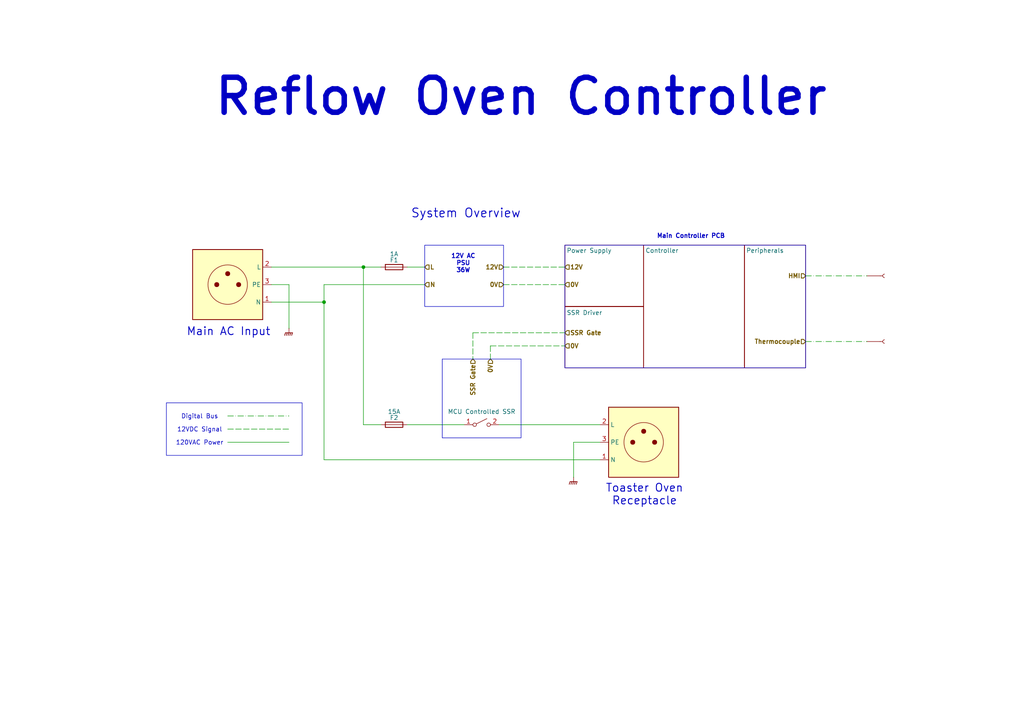
<source format=kicad_sch>
(kicad_sch (version 20250114) (generator "eeschema") (generator_version "9.0")
  (paper "A4")
  (lib_symbols
    (symbol "Connector:Conn_01x01_Socket" (pin_names (offset 1.016) (hide yes))
      (symbol "Conn_01x01_Socket_1_1"
        (polyline (pts (xy -1.27 0) (xy -0.508 0)) (stroke (width 0.1524)))
        (arc (start 0 -0.508) (mid -0.5058 0) (end 0 0.508) (stroke (width 0.1524)))
        (pin passive line (at -5.08 0 0) (length 3.81) (name "Pin_1") (number ""))
      )
    )
    (symbol "Connector:Conn_Receptacle_3P_Protected"
      (property "Reference" "J" (at -9.652 11.176 0))
      (property "Value" "Conn_Receptacle_3P_Protected" (at 0.254 -11.43 0))
      (symbol "Conn_Receptacle_3P_Protected_0_1"
        (circle (center 0 0) (radius 5.715))
      )
      (symbol "Conn_Receptacle_3P_Protected_1_1"
        (rectangle (start -10.16 10.16) (end 10.16 -10.16) (stroke (width 0.254)) (fill (type background)))
        (circle (center -3.175 0) (radius 0.635) (fill (type outline)))
        (circle (center 0 3.175) (radius 0.635) (fill (type outline)))
        (circle (center 3.175 0) (radius 0.635) (fill (type outline)))
        (pin power_in line (at 12.7 5.08 180) (length 2.54) (name "L") (number "2"))
        (pin power_out line (at 12.7 0 180) (length 2.54) (name "PE") (number "3"))
        (pin power_out line (at 12.7 -5.08 180) (length 2.54) (name "N") (number "1"))
      )
    )
    (symbol "Device:Fuse" (pin_numbers (hide yes)) (pin_names (offset 0))
      (property "Reference" "F" (at 2.032 0 90))
      (property "Value" "Fuse" (at -1.905 0 90))
      (symbol "Fuse_0_1"
        (rectangle (start -0.762 -2.54) (end 0.762 2.54) (stroke (width 0.254)))
        (polyline (pts (xy 0 2.54) (xy 0 -2.54)))
      )
      (symbol "Fuse_1_1"
        (pin passive line (at 0 3.81 270) (length 1.27) (name "~") (number "1"))
        (pin passive line (at 0 -3.81 90) (length 1.27) (name "~") (number "2"))
      )
    )
    (symbol "Switch:SW_SPST" (pin_names (offset 0) (hide yes))
      (property "Reference" "SW" (at 0 3.175 0))
      (property "Value" "SW_SPST" (at 0 -2.54 0))
      (symbol "SW_SPST_0_0"
        (circle (center -2.032 0) (radius 0.508))
        (polyline (pts (xy -1.524 0.254) (xy 1.524 1.778)))
        (circle (center 2.032 0) (radius 0.508))
      )
      (symbol "SW_SPST_1_1"
        (pin passive line (at -5.08 0 0) (length 2.54) (name "A") (number "1"))
        (pin passive line (at 5.08 0 180) (length 2.54) (name "B") (number "2"))
      )
    )
    (symbol "power:GNDPWR" (power) (pin_numbers (hide yes)) (pin_names (offset 0) (hide yes))
      (property "Value" "GNDPWR" (at 0 -3.302 0))
      (symbol "GNDPWR_0_1"
        (polyline (pts (xy -1.016 -1.27) (xy -1.27 -2.032) (xy -1.27 -2.032)) (stroke (width 0.2032)))
        (polyline (pts (xy -0.508 -1.27) (xy -0.762 -2.032) (xy -0.762 -2.032)) (stroke (width 0.2032)))
        (polyline (pts (xy 0 -1.27) (xy 0 0)))
        (polyline (pts (xy 0 -1.27) (xy -0.254 -2.032) (xy -0.254 -2.032)) (stroke (width 0.2032)))
        (polyline (pts (xy 0.508 -1.27) (xy 0.254 -2.032) (xy 0.254 -2.032)) (stroke (width 0.2032)))
        (polyline (pts (xy 1.016 -1.27) (xy -1.016 -1.27) (xy -1.016 -1.27)) (stroke (width 0.2032)))
        (polyline (pts (xy 1.016 -1.27) (xy 0.762 -2.032) (xy 0.762 -2.032) (xy 0.762 -2.032)) (stroke (width 0.2032)))
      )
      (symbol "GNDPWR_1_1"
        (pin power_in line (at 0 0 270) (length 0) (name "~") (number "1"))
      )
    )
  )
  (rectangle (start 48.26 116.84) (end 87.63 132.08))
  (rectangle (start 123.19 71.12) (end 146.05 88.9))
  (rectangle (start 128.27 104.14) (end 151.13 127))
  (rectangle (start 163.83 71.12) (end 233.68 106.68))
  (text "Main AC Input" (at 66.294 96.266 0) (effects (font (size 2.286 2.286) (thickness 0.254) (bold yes))))
  (text "120VAC Power" (at 57.912 128.524 0) (effects (font (size 1.27 1.27) (thickness 0.1588))))
  (text "12V AC\nPSU\n36W" (at 134.366 76.454 0) (effects (font (size 1.27 1.27) (thickness 0.254) (bold yes))))
  (text "Toaster Oven\nReceptacle" (at 186.944 143.51 0) (effects (font (size 2.286 2.286) (thickness 0.254) (bold yes))))
  (text "Digital Bus" (at 57.912 120.904 0) (effects (font (size 1.27 1.27) (thickness 0.1588))))
  (text "System Overview" (at 135.128 61.976 0) (effects (font (size 2.54 2.54) (thickness 0.254) (bold yes))))
  (text "12VDC Signal" (at 57.912 124.714 0) (effects (font (size 1.27 1.27) (thickness 0.1588))))
  (text "Main Controller PCB" (at 200.406 68.58 0) (effects (font (size 1.27 1.27) (thickness 0.254) (bold yes))))
  (text "Reflow Oven Controller" (at 151.13 28.194 0) (effects (font (size 10.16 10.16) (thickness 1.5875))))
  (junction (at 93.98 87.63))
  (junction (at 105.41 77.47))
  (wire (pts (xy 93.98 82.55) (xy 123.19 82.55)))
  (wire (pts (xy 83.82 82.55) (xy 78.74 82.55)))
  (wire (pts (xy 142.24 100.33) (xy 163.83 100.33)) (stroke (width 0) (type dash)))
  (wire (pts (xy 93.98 87.63) (xy 93.98 133.35)))
  (wire (pts (xy 110.49 123.19) (xy 105.41 123.19)))
  (wire (pts (xy 66.04 120.65) (xy 83.82 120.65)) (stroke (width 0) (type dash_dot)))
  (wire (pts (xy 233.68 99.06) (xy 251.46 99.06)) (stroke (width 0) (type dash_dot)))
  (wire (pts (xy 66.04 128.27) (xy 83.82 128.27)))
  (wire (pts (xy 233.68 80.01) (xy 251.46 80.01)) (stroke (width 0) (type dash_dot)))
  (wire (pts (xy 78.74 87.63) (xy 93.98 87.63)))
  (wire (pts (xy 166.37 128.27) (xy 166.37 138.43)))
  (wire (pts (xy 93.98 87.63) (xy 93.98 82.55)))
  (wire (pts (xy 93.98 133.35) (xy 173.99 133.35)))
  (wire (pts (xy 142.24 100.33) (xy 142.24 104.14)) (stroke (width 0) (type dash)))
  (wire (pts (xy 137.16 96.52) (xy 137.16 104.14)) (stroke (width 0) (type dash)))
  (wire (pts (xy 83.82 95.25) (xy 83.82 82.55)))
  (wire (pts (xy 146.05 77.47) (xy 163.83 77.47)) (stroke (width 0) (type dash)))
  (wire (pts (xy 137.16 96.52) (xy 163.83 96.52)) (stroke (width 0) (type dash)))
  (wire (pts (xy 66.04 124.46) (xy 83.82 124.46)) (stroke (width 0) (type dash)))
  (wire (pts (xy 105.41 123.19) (xy 105.41 77.47)))
  (wire (pts (xy 146.05 82.55) (xy 163.83 82.55)) (stroke (width 0) (type dash)))
  (wire (pts (xy 144.78 123.19) (xy 173.99 123.19)))
  (wire (pts (xy 173.99 128.27) (xy 166.37 128.27)))
  (wire (pts (xy 105.41 77.47) (xy 110.49 77.47)))
  (wire (pts (xy 118.11 123.19) (xy 134.62 123.19)))
  (wire (pts (xy 118.11 77.47) (xy 123.19 77.47)))
  (wire (pts (xy 78.74 77.47) (xy 105.41 77.47)))
  (hierarchical_label "L" (shape input) (at 123.19 77.47 0) (effects (font (thickness 0.254) (bold yes))))
  (hierarchical_label "0V" (shape input) (at 146.05 82.55 180) (effects (font (thickness 0.254) (bold yes))))
  (hierarchical_label "HMI" (shape input) (at 233.68 80.01 180) (effects (font (thickness 0.254) (bold yes))))
  (hierarchical_label "SSR Gate" (shape input) (at 163.83 96.52 0) (effects (font (thickness 0.254) (bold yes))))
  (hierarchical_label "Thermocouple" (shape input) (at 233.68 99.06 180) (effects (font (thickness 0.254) (bold yes))))
  (hierarchical_label "12V" (shape input) (at 163.83 77.47 0) (effects (font (thickness 0.254) (bold yes))))
  (hierarchical_label "0V" (shape input) (at 142.24 104.14 270) (effects (font (thickness 0.254) (bold yes))))
  (hierarchical_label "0V" (shape input) (at 163.83 82.55 0) (effects (font (thickness 0.254) (bold yes))))
  (hierarchical_label "N" (shape input) (at 123.19 82.55 0) (effects (font (thickness 0.254) (bold yes))))
  (hierarchical_label "SSR Gate" (shape input) (at 137.16 104.14 270) (effects (font (thickness 0.254) (bold yes))))
  (hierarchical_label "0V" (shape input) (at 163.83 100.33 0) (effects (font (thickness 0.254) (bold yes))))
  (hierarchical_label "12V" (shape input) (at 146.05 77.47 180) (effects (font (thickness 0.254) (bold yes))))
  (symbol (lib_id "Connector:Conn_Receptacle_3P_Protected") (at 186.69 128.27 0) (mirror y) (unit 1) (in_bom no) (on_board no)
    (property "Reference" "J2" (effects (hide yes)))
    (property "Value" "Conn_Receptacle_3P_Protected" (effects (hide yes)))
    (property "Description" "3 Pins protected generic receptacle" (effects (hide yes)))
  )
  (symbol (lib_id "Connector:Conn_Receptacle_3P_Protected") (at 66.04 82.55 0) (unit 1) (in_bom no) (on_board no)
    (property "Reference" "J1" (effects (hide yes)))
    (property "Value" "Conn_Receptacle_3P_Protected" (effects (hide yes)))
    (property "Description" "3 Pins protected generic receptacle" (effects (hide yes)))
  )
  (symbol (lib_id "power:GNDPWR") (at 166.37 138.43 0) (unit 1)
    (property "Reference" "#PWR02" (effects (hide yes)))
    (property "Value" "GNDPWR" (effects (hide yes)))
    (property "Description" "Power symbol creates a global label with name \"GNDPWR\" , global ground" (effects (hide yes)))
  )
  (symbol (lib_id "Connector:Conn_01x01_Socket") (at 256.54 99.06 0) (unit 1) (in_bom no) (on_board no)
    (property "Reference" "J3" (effects (hide yes)))
    (property "Value" "Conn_01x01_Socket" (effects (hide yes)))
    (property "Description" "Generic connector, single row, 01x01, script generated" (effects (hide yes)))
  )
  (symbol (lib_id "Connector:Conn_01x01_Socket") (at 256.54 80.01 0) (unit 1) (in_bom no) (on_board no)
    (property "Reference" "J4" (effects (hide yes)))
    (property "Value" "Conn_01x01_Socket" (effects (hide yes)))
    (property "Description" "Generic connector, single row, 01x01, script generated" (effects (hide yes)))
  )
  (symbol (lib_id "Switch:SW_SPST") (at 139.7 123.19 0) (unit 1) (in_bom no) (on_board no)
    (property "Reference" "SW1" (effects (hide yes)))
    (property "Value" "MCU Controlled SSR" (at 139.7 119.38 0))
    (property "Description" "Single Pole Single Throw (SPST) switch" (effects (hide yes)))
  )
  (symbol (lib_id "Device:Fuse") (at 114.3 77.47 90) (unit 1) (in_bom no) (on_board no)
    (property "Reference" "F1" (at 114.3 75.438 90))
    (property "Value" "1A" (at 114.3 73.66 90))
    (property "Description" "Fuse" (effects (hide yes)))
  )
  (symbol (lib_id "Device:Fuse") (at 114.3 123.19 90) (unit 1) (in_bom no) (on_board no)
    (property "Reference" "F2" (at 114.3 121.158 90))
    (property "Value" "15A" (at 114.3 119.38 90))
    (property "Description" "Fuse" (effects (hide yes)))
  )
  (symbol (lib_id "power:GNDPWR") (at 83.82 95.25 0) (unit 1)
    (property "Reference" "#PWR01" (effects (hide yes)))
    (property "Value" "GNDPWR" (effects (hide yes)))
    (property "Description" "Power symbol creates a global label with name \"GNDPWR\" , global ground" (effects (hide yes)))
  )
  (sheet (at 186.69 71.12) (size 29.21 35.56) (stroke (width 0.1524))
    (property "Sheetname" "Controller" (at 187.198 73.406 0) (effects (justify left bottom)))
    (property "Sheetfile" "controller.kicad_sch" (effects (hide yes)))
  )
  (sheet (at 215.9 71.12) (size 17.78 35.56) (stroke (width 0.1524))
    (property "Sheetname" "Peripherals" (at 216.408 73.406 0) (effects (justify left bottom)))
    (property "Sheetfile" "peripherals.kicad_sch" (effects (hide yes)))
  )
  (sheet (at 163.83 88.9) (size 22.86 17.78) (stroke (width 0.1524))
    (property "Sheetname" "SSR Driver" (at 164.338 91.44 0) (effects (justify left bottom)))
    (property "Sheetfile" "ssr-driver.kicad_sch" (effects (hide yes)))
  )
  (sheet (at 163.83 71.12) (size 22.86 17.78) (stroke (width 0.1524))
    (property "Sheetname" "Power Supply" (at 164.338 73.406 0) (effects (justify left bottom)))
    (property "Sheetfile" "power-supply.kicad_sch" (effects (hide yes)))
  )
)
</source>
